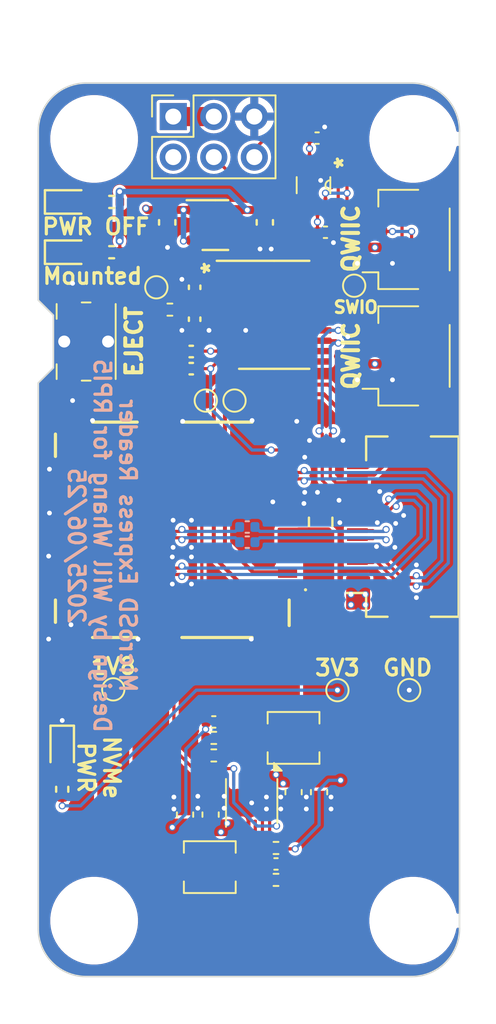
<source format=kicad_pcb>
(kicad_pcb (version 20240108) (generator "pcbnew") (generator_version "8.0")
  (title_block (title "Micro SDexpress Hat for RPI5") (date "2025-07-26") (rev "1.0") (company "Will Whang"))
  (layers (0 "F.Cu" signal) (1 "In1.Cu" signal) (2 "In2.Cu" signal) (31 "B.Cu" signal) (34 "B.Paste" user) (35 "F.Paste" user) (36 "B.SilkS" user "B.Silkscreen") (37 "F.SilkS" user "F.Silkscreen") (38 "B.Mask" user) (39 "F.Mask" user) (44 "Edge.Cuts" user))
  (net 0 "")
  (net 1 "+5V")
  (net 2 "GND")
  (net 3 "+3V3")
  (net 4 "PCIe_INS")
  (net 5 "NRST")
  (net 6 "Net-(D1-K)")
  (net 7 "Net-(D1-A)")
  (net 9 "NVME_PWR")
  (net 10 "Net-(R1-Pad2)")
  (net 11 "Net-(D3-A)")
  (net 12 "Net-(D3-K)")
  (net 13 "SWIO")
  (net 14 "Net-(D4-A)")
  (net 18 "PCIe_RST")
  (net 19 "PCIe_CLK_REQ")
  (net 20 "PCIe_CLK_P")
  (net 21 "PCIe_CLK_N")
  (net 22 "PCIe_RX_P")
  (net 23 "PCIe_RX_N")
  (net 24 "PCIe_TX_P")
  (net 25 "PCIe_TX_N")
  (net 26 "EJECT")
  (net 27 "SDA")
  (net 28 "SCL")
  (net 29 "PCIE_PWR_EN")
  (net 30 "PCIE_DET_WAKE")
  (net 31 "+3V3_STB")
  (net 32 "Net-(U5-FB2)")
  (net 33 "+3V3_IN")
  (net 36 "SDA_IN")
  (net 37 "SCL_IN")
  (net 41 "+1V8")
  (net 42 "Net-(U5-FB1)")
  (net 43 "Net-(U5-LX1)")
  (net 44 "Net-(U5-LX2)")
  (net 47 "/RX_P")
  (net 48 "/RX_N")
  (footprint "LED_SMD:LED_0603_1608Metric" (layer "F.Cu") (at 131.9 81.6)
    (property "Reference" "D3" (hide yes))
    (property "Value" "Yellow")
  )
  (footprint "Button_Switch_SMD:Panasonic_EVQPUM_EVQPUD" (layer "F.Cu") (at 133 87.2 90)
    (property "Reference" "SW1" (hide yes))
    (property "Value" "SW_Push")
  )
  (footprint "Resistor_SMD:R_0402_1005Metric" (layer "F.Cu") (at 138.25 85.2 180)
    (property "Reference" "R1" (hide yes))
    (property "Value" "4.7K")
  )
  (footprint "LED_SMD:LED_0603_1608Metric" (layer "F.Cu") (at 131.5 112.7625 -90)
    (property "Reference" "D4" (hide yes))
    (property "Value" "Red")
  )
  (footprint "Capacitor_SMD:C_0603_1608Metric" (layer "F.Cu") (at 139.2 116.85 90)
    (property "Reference" "C21" (hide yes))
    (property "Value" "22uF")
  )
  (footprint "LED_SMD:LED_0603_1608Metric" (layer "F.Cu") (at 131.9 78.45)
    (property "Reference" "D1" (hide yes))
    (property "Value" "Red")
  )
  (footprint "Resistor_SMD:R_0402_1005Metric" (layer "F.Cu") (at 144.9 118.9425 180)
    (property "Reference" "R8" (hide yes))
    (property "Value" "115K")
  )
  (footprint "Capacitor_SMD:C_0805_2012Metric" (layer "F.Cu") (at 147.7 98.5 -90)
    (property "Reference" "C8" (hide yes))
    (property "Value" "22uF")
  )
  (footprint "Capacitor_SMD:C_0402_1005Metric" (layer "F.Cu") (at 141 111.0425)
    (property "Reference" "C20" (hide yes))
    (property "Value" "100pF")
  )
  (footprint "Resistor_SMD:R_0402_1005Metric" (layer "F.Cu") (at 131.5 115.2625 90)
    (property "Reference" "R7" (hide yes))
    (property "Value" "470R")
  )
  (footprint "Capacitor_SMD:C_0603_1608Metric" (layer "F.Cu") (at 146 115.4425 90)
    (property "Reference" "C16" (hide yes))
    (property "Value" "10uF")
  )
  (footprint "TestPoint:TestPoint_Pad_D1.0mm" (layer "F.Cu") (at 148.75 109.05 -90)
    (property "Reference" "TP_3V2" (hide yes))
    (property "Value" "TestPoint")
  )
  (footprint "Resistor_SMD:R_0402_1005Metric" (layer "F.Cu") (at 141 112.0425)
    (property "Reference" "R10" (hide yes))
    (property "Value" "100K")
  )
  (footprint "Resistor_SMD:R_0402_1005Metric" (layer "F.Cu") (at 134.6 81.6 180)
    (property "Reference" "R6" (hide yes))
    (property "Value" "470R")
  )
  (footprint "MountingHole:MountingHole_2.7mm_M2.5" (layer "F.Cu") (at 153.5 74.5)
    (property "Reference" "H2" (hide yes))
    (property "Value" "MountingHole")
  )
  (footprint "Connector_JST:JST_SH_SM04B-SRSS-TB_1x04-1MP_P1.00mm_Horizontal" (layer "F.Cu") (at 153.1 80.8 90)
    (property "Reference" "J3" (hide yes))
    (property "Value" "Conn_01x04_Shielded")
  )
  (footprint "Capacitor_SMD:C_0603_1608Metric" (layer "F.Cu") (at 144.2 79.73 -90)
    (property "Reference" "C11" (hide yes))
    (property "Value" "4.7uF")
  )
  (footprint "Package_SO:TSSOP-20_4.4x6.5mm_P0.65mm" (layer "F.Cu") (at 144.7875 85.525)
    (property "Reference" "U2" (hide yes))
    (property "Value" "STM8S003F3P")
  )
  (footprint "Capacitor_SMD:C_0603_1608Metric" (layer "F.Cu") (at 140.8 116.85 -90)
    (property "Reference" "C17" (hide yes))
    (property "Value" "10uF")
  )
  (footprint "MountingHole:MountingHole_2.7mm_M2.5" (layer "F.Cu") (at 133.5 123.5)
    (property "Reference" "H5" (hide yes))
    (property "Value" "MountingHole")
  )
  (footprint "TestPoint:TestPoint_Pad_D1.0mm" (layer "F.Cu") (at 142.3 90.9 -90)
    (property "Reference" "TP6" (hide yes))
    (property "Value" "TestPoint")
  )
  (footprint "Capacitor_SMD:C_0402_1005Metric" (layer "F.Cu") (at 139.8 83.8 90)
    (property "Reference" "C6" (hide yes))
    (property "Value" "100nF")
  )
  (footprint "Inductor_SMD:L_Vishay_IHLP-1212" (layer "F.Cu") (at 146 112.0425)
    (property "Reference" "L3" (hide yes))
    (property "Value" "4.7uH")
  )
  (footprint "footprints:TCA9406DCUR" (layer "F.Cu") (at 147.25 77.4 -90)
    (property "Reference" "U4" (hide yes))
    (property "Value" "TCA9406DC" (hide yes))
  )
  (footprint "Capacitor_SMD:C_0603_1608Metric" (layer "F.Cu") (at 138.08 79.73 90)
    (property "Reference" "C10" (hide yes))
    (property "Value" "4.7uF")
  )
  (footprint "Capacitor_SMD:C_0402_1005Metric" (layer "F.Cu") (at 148 80.35)
    (property "Reference" "C13" (hide yes))
    (property "Value" "100nF")
  )
  (footprint "MountingHole:MountingHole_2.7mm_M2.5" (layer "F.Cu") (at 153.5 123.5)
    (property "Reference" "H4" (hide yes))
    (property "Value" "MountingHole")
  )
  (footprint "MountingHole:MountingHole_2.7mm_M2.5" (layer "F.Cu") (at 133.5 74.5)
    (property "Reference" "H1" (hide yes))
    (property "Value" "MountingHole")
  )
  (footprint "Capacitor_SMD:C_0402_1005Metric" (layer "F.Cu") (at 139.5875 88.9 180)
    (property "Reference" "C5" (hide yes))
    (property "Value" "10nF")
  )
  (footprint "Resistor_SMD:R_0402_1005Metric" (layer "F.Cu") (at 134.6 78.45 180)
    (property "Reference" "R4" (hide yes))
    (property "Value" "470R")
  )
  (footprint "TestPoint:TestPoint_Pad_D1.0mm" (layer "F.Cu") (at 149.8 83.7)
    (property "Reference" "TP3" (hide yes))
    (property "Value" "TestPoint")
  )
  (footprint "Resistor_SMD:R_0402_1005Metric" (layer "F.Cu") (at 141 113.1425 180)
    (property "Reference" "R11" (hide yes))
    (property "Value" "100K")
  )
  (footprint "TestPoint:TestPoint_Pad_D1.0mm" (layer "F.Cu") (at 140.5 90.9 -90)
    (property "Reference" "TP7" (hide yes))
    (property "Value" "TestPoint")
  )
  (footprint "Capacitor_SMD:C_0402_1005Metric" (layer "F.Cu") (at 139.5875 87.825 180)
    (property "Reference" "C7" (hide yes))
    (property "Value" "100nF")
  )
  (footprint "Capacitor_SMD:C_0402_1005Metric" (layer "F.Cu") (at 147.475 74.45)
    (property "Reference" "C12" (hide yes))
    (property "Value" "100nF")
  )
  (footprint "TestPoint:TestPoint_Pad_D1.0mm" (layer "F.Cu") (at 137.4 83.8)
    (property "Reference" "TP4" (hide yes))
    (property "Value" "TestPoint" (hide yes))
  )
  (footprint "Package_TO_SOT_SMD:SOT-23-5" (layer "F.Cu") (at 141.1 79.9)
    (property "Reference" "U3" (hide yes))
    (property "Value" "LP5907MFX-3.3")
  )
  (footprint "Connector_FFC-FPC:Hirose_FH12-16S-0.5SH_1x16-1MP_P0.50mm_Horizontal" (layer "F.Cu") (at 151.85 98.8 90)
    (property "Reference" "J1" (hide yes))
    (property "Value" "FH12A-16S-0.5SH")
  )
  (footprint "TestPoint:TestPoint_Pad_D1.0mm" (layer "F.Cu") (at 134.7 109 -90)
    (property "Reference" "TP_1V1" (hide yes))
    (property "Value" "TestPoint")
  )
  (footprint "Connector_PinSocket_2.54mm:PinSocket_2x03_P2.54mm_Vertical" (layer "F.Cu") (at 138.46 73.1 90)
    (property "Reference" "J5" (hide yes))
    (property "Value" "Conn_02x03_Odd_Even")
  )
  (footprint "Capacitor_SMD:C_0402_1005Metric" (layer "F.Cu") (at 144.9 119.9425 180)
    (property "Reference" "C18" (hide yes))
    (property "Value" "100pF")
  )
  (footprint "Resistor_SMD:R_0402_1005Metric" (layer "F.Cu") (at 144.9 120.9425)
    (property "Reference" "R9" (hide yes))
    (property "Value" "25.5K")
  )
  (footprint "TestPoint:TestPoint_Pad_D1.0mm" (layer "F.Cu") (at 153.250069 109.046676)
    (property "Reference" "TP5" (hide yes))
    (property "Value" "TestPoint")
  )
  (footprint "Inductor_SMD:L_Vishay_IHLP-1212" (layer "F.Cu") (at 140.75 120.1425 180)
    (property "Reference" "L2" (hide yes))
    (property "Value" "1.2uH")
  )
  (footprint "Capacitor_SMD:C_0402_1005Metric" (layer "F.Cu") (at 139.8 85.8 -90)
    (property "Reference" "C4" (hide yes))
    (property "Value" "1nF")
  )
  (footprint "footprint:10102166A812A" (layer "F.Cu") (at 138.4 99 -90)
    (property "Reference" "J11" (hide yes))
    (property "Value" "10102166A812A" (hide yes))
  )
  (footprint "Capacitor_SMD:C_0603_1608Metric" (layer "F.Cu") (at 147.6 115.4425 -90)
    (property "Reference" "C19" (hide yes))
    (property "Value" "22uF")
  )
  (footprint "Connector_JST:JST_SH_SM04B-SRSS-TB_1x04-1MP_P1.00mm_Horizontal" (layer "F.Cu") (at 153.1 88.1 90)
    (property "Reference" "J2" (hide yes))
    (property "Value" "Conn_01x04_Shielded")
  )
  (footprint "Package_DFN_QFN:WDFN-12-1EP_3x3mm_P0.45mm_EP1.7x2.5mm" (layer "F.Cu") (at 143.375 116.1175 -90)
    (property "Reference" "U5" (hide yes))
    (property "Value" "PAM2306AYPKE")
  )
  (footprint "Capacitor_SMD:C_0402_1005Metric" (layer "B.Cu") (at 143.1 98.825 180)
    (property "Reference" "C14" (hide yes))
    (property "Value" "100nF")
  )
  (footprint "Capacitor_SMD:C_0402_1005Metric" (layer "B.Cu") (at 143.1 99.775 180)
    (property "Reference" "C15" (hide yes))
    (property "Value" "100nF")
  )
  (gr_line (start 130 84.6) (end 130 74) (stroke (width 0.1)) (layer "Edge.Cuts"))
  (gr_line (start 153.4 71) (end 133 71) (stroke (width 0.1)) (layer "Edge.Cuts"))
  (gr_line (start 130.95 88.85) (end 130.95 85.55) (stroke (width 0.1)) (layer "Edge.Cuts"))
  (gr_arc (start 130 74) (mid 130.87868 71.87868) (end 133 71) (stroke (width 0.1)) (layer "Edge.Cuts"))
  (gr_line (start 130 89.8) (end 130 124) (stroke (width 0.1)) (layer "Edge.Cuts"))
  (gr_line (start 156.4 74) (end 156.4 124) (stroke (width 0.1)) (layer "Edge.Cuts"))
  (gr_line (start 130 84.6) (end 130.95 85.55) (stroke (width 0.1)) (layer "Edge.Cuts"))
  (gr_arc (start 156.4 124) (mid 155.52132 126.12132) (end 153.4 127) (stroke (width 0.1)) (layer "Edge.Cuts"))
  (gr_arc (start 153.4 71) (mid 155.52132 71.87868) (end 156.4 74) (stroke (width 0.1)) (layer "Edge.Cuts"))
  (gr_line (start 130.95 88.85) (end 130 89.8) (stroke (width 0.1)) (layer "Edge.Cuts"))
  (gr_arc (start 133 127) (mid 130.87868 126.12132) (end 130 124) (stroke (width 0.1)) (layer "Edge.Cuts"))
  (gr_line (start 153.4 127) (end 133 127) (stroke (width 0.1)) (layer "Edge.Cuts"))
  (gr_text "MicroSD Express Reader\nDesign by Will Whang for RPI5\n2025/06/25" (at 134 100 270) (layer "B.SilkS") (effects (font (size 1 1) (thickness 0.2)) (justify mirror)))
  (gr_text "SWIO" (at 149.9 85.05 0) (layer "F.SilkS") (effects (font (size 0.75 0.75) (thickness 0.1875))))
  (gr_text "Mounted" (at 133.4 83.1 0) (layer "F.SilkS") (effects (font (size 1 1) (thickness 0.2))))
  (gr_text "NVMe\nPWR" (at 133.8 113.9 -90) (layer "F.SilkS") (effects (font (size 1 1) (thickness 0.2))))
  (gr_text "QWIIC" (at 149.6 80.75 90) (layer "F.SilkS") (effects (font (size 1 1) (thickness 0.25))))
  (gr_text "PWR OFF" (at 133.6 80 0) (layer "F.SilkS") (effects (font (size 1 1) (thickness 0.2))))
  (gr_text "GND" (at 153.15 107.65 0) (layer "F.SilkS") (effects (font (size 1 1) (thickness 0.2))))
  (gr_text "*" (at 149.15 76 90) (layer "F.SilkS") (effects (font (size 1 1) (thickness 0.2))))
  (gr_text "1V8" (at 134.7 107.55 0) (layer "F.SilkS") (effects (font (size 1 1) (thickness 0.2))))
  (gr_text "EJECT" (at 136 87.2 90) (layer "F.SilkS") (effects (font (size 1 1) (thickness 0.25))))
  (gr_text "3V3" (at 148.75 107.65 0) (layer "F.SilkS") (effects (font (size 1 1) (thickness 0.2))))
  (gr_text "QWIIC" (at 149.6 88.1 90) (layer "F.SilkS") (effects (font (size 1 1) (thickness 0.25))))
  (gr_text "*" (at 140.8 82.6 90) (layer "F.SilkS") (effects (font (size 1 1) (thickness 0.2))))
  (segment (start 139.15 80.85) (end 139.1 80.9) (width 0.35) (layer "F.Cu") (net 1))
  (segment (start 138.085 78.95) (end 138.08 78.955) (width 0.5) (layer "F.Cu") (net 1))
  (segment (start 139.9625 78.95) (end 139.1 78.95) (width 0.5) (layer "F.Cu") (net 1))
  (segment (start 139.1 78.95) (end 138.085 78.95) (width 0.5) (layer "F.Cu") (net 1))
  (segment (start 138.46 73.1) (end 141 73.1) (width 1.2) (layer "F.Cu") (net 1))
  (segment (start 136.845 78.955) (end 138.08 78.955) (width 0.5) (layer "F.Cu") (net 1))
  (segment (start 139.9625 80.85) (end 139.15 80.85) (width 0.35) (layer "F.Cu") (net 1))
  (segment (start 136.75 78.86) (end 136.845 78.955) (width 0.5) (layer "F.Cu") (net 1))
  (via (at 145.35 114.9) (size 0.45) (drill 0.3) (layers "F.Cu" "B.Cu") (net 1))
  (via (at 150.5 103.05) (size 0.45) (drill 0.3) (layers "F.Cu" "B.Cu") (net 1))
  (via (at 149.6 103.7) (size 0.45) (drill 0.3) (layers "F.Cu" "B.Cu") (net 1))
  (via (at 139.1 80.9) (size 0.45) (drill 0.3) (layers "F.Cu" "B.Cu") (net 1))
  (via (at 139.1 78.95) (size 0.45) (drill 0.3) (layers "F.Cu" "B.Cu") (net 1))
  (via (at 144.9 114.35) (size 0.45) (drill 0.3) (layers "F.Cu" "B.Cu") (net 1))
  (via (at 141.85 117.4) (size 0.45) (drill 0.3) (layers "F.Cu" "B.Cu") (net 1))
  (via (at 141.45 117.95) (size 0.45) (drill 0.3) (layers "F.Cu" "B.Cu") (net 1))
  (via (at 149.6 103.05) (size 0.45) (drill 0.3) (layers "F.Cu" "B.Cu") (net 1))
  (via (at 150.5 103.7) (size 0.45) (drill 0.3) (layers "F.Cu" "B.Cu") (net 1))
  (via (at 136.75 78.86) (size 0.45) (drill 0.3) (layers "F.Cu" "B.Cu") (net 1))
  (segment (start 139.1 80.9) (end 139.1 78.95) (width 0.35) (layer "B.Cu") (net 1))
  (via (at 141.65 115.7) (size 0.45) (drill 0.3) (layers "F.Cu" "B.Cu") (net 2))
  (via (at 152.2 82.3) (size 0.45) (drill 0.3) (layers "F.Cu" "B.Cu") (net 2))
  (via (at 141.65 116.45) (size 0.45) (drill 0.3) (layers "F.Cu" "B.Cu") (net 2))
  (via (at 139.6 100.7) (size 0.45) (drill 0.3) (layers "F.Cu" "B.Cu") (net 2))
  (via (at 139.6 100.1) (size 0.45) (drill 0.3) (layers "F.Cu" "B.Cu") (net 2))
  (via (at 144.7 97.25) (size 0.45) (drill 0.3) (layers "F.Cu" "B.Cu") (net 2))
  (via (at 143.9 81.4) (size 0.45) (drill 0.3) (layers "F.Cu" "B.Cu") (net 2))
  (via (at 143.4 92.15) (size 0.45) (drill 0.3) (layers "F.Cu" "B.Cu") (net 2))
  (via (at 139 86.5) (size 0.45) (drill 0.3) (layers "F.Cu" "B.Cu") (net 2))
  (via (at 139 83.3) (size 0.45) (drill 0.3) (layers "F.Cu" "B.Cu") (net 2))
  (via (at 130.7 97.95) (size 0.45) (drill 0.3) (layers "F.Cu" "B.Cu") (net 2))
  (via (at 138.45 98.4) (size 0.45) (drill 0.3) (layers "F.Cu" "B.Cu") (net 2))
  (via (at 143 86.5) (size 0.45) (drill 0.3) (layers "F.Cu" "B.Cu") (net 2))
  (via (at 138.5 115.75) (size 0.45) (drill 0.3) (layers "F.Cu" "B.Cu") (net 2))
  (via (at 151.4 96.6) (size 0.45) (drill 0.3) (layers "F.Cu" "B.Cu") (net 2))
  (via (at 149.1 93.4) (size 0.45) (drill 0.3) (layers "F.Cu" "B.Cu") (net 2))
  (via (at 138.5 116.5) (size 0.45) (drill 0.3) (layers "F.Cu" "B.Cu") (net 2))
  (via (at 136.25 105.85) (size 0.45) (drill 0.3) (layers "F.Cu" "B.Cu") (net 2))
  (via (at 146.2 92.2) (size 0.45) (drill 0.3) (layers "F.Cu" "B.Cu") (net 2))
  (via (at 139.05 92.2) (size 0.45) (drill 0.3) (layers "F.Cu" "B.Cu") (net 2))
  (via (at 139.6 98.4) (size 0.45) (drill 0.3) (layers "F.Cu" "B.Cu") (net 2))
  (via (at 148.35 116.5) (size 0.45) (drill 0.3) (layers "F.Cu" "B.Cu") (net 2))
  (via (at 147.95 73.75) (size 0.45) (drill 0.3) (layers "F.Cu" "B.Cu") (net 2))
  (via (at 139.6 102.4) (size 0.45) (drill 0.3) (layers "F.Cu" "B.Cu") (net 2))
  (via (at 144.3 115.75) (size 0.45) (drill 0.3) (layers "F.Cu" "B.Cu") (net 2))
  (via (at 138.4 100.7) (size 0.45) (drill 0.3) (layers "F.Cu" "B.Cu") (net 2))
  (via (at 140 115.7) (size 0.45) (drill 0.3) (layers "F.Cu" "B.Cu") (net 2))
  (via (at 131.5 110.95) (size 0.45) (drill 0.3) (layers "F.Cu" "B.Cu") (net 2))
  (via (at 153.7 101.2) (size 0.45) (drill 0.3) (layers "F.Cu" "B.Cu") (net 2))
  (via (at 132.15 83.55) (size 0.45) (drill 0.3) (layers "F.Cu" "B.Cu") (net 2))
  (via (at 130.65 100.65) (size 0.45) (drill 0.3) (layers "F.Cu" "B.Cu") (net 2))
  (via (at 145.2 116.5) (size 0.45) (drill 0.3) (layers "F.Cu" "B.Cu") (net 2))
  (via (at 151.2 100.05) (size 0.45) (drill 0.3) (layers "F.Cu" "B.Cu") (net 2))
  (via (at 148.9 98.55) (size 0.45) (drill 0.3) (layers "F.Cu" "B.Cu") (net 2))
  (via (at 150 89.6) (size 0.45) (drill 0.3) (layers "F.Cu" "B.Cu") (net 2))
  (via (at 140 116.45) (size 0.45) (drill 0.3) (layers "F.Cu" "B.Cu") (net 2))
  (via (at 147.5 96.65) (size 0.45) (drill 0.3) (layers "F.Cu" "B.Cu") (net 2))
  (via (at 148.5 81) (size 0.45) (drill 0.3) (layers "F.Cu" "B.Cu") (net 2))
  (via (at 143.375 116.1175) (size 0.45) (drill 0.3) (layers "F.Cu" "B.Cu") (net 2))
  (via (at 148.85 97.15) (size 0.45) (drill 0.3) (layers "F.Cu" "B.Cu") (net 2))
  (via (at 147.7 77.1) (size 0.45) (drill 0.3) (layers "F.Cu" "B.Cu") (net 2))
  (via (at 148.35 115.75) (size 0.45) (drill 0.3) (layers "F.Cu" "B.Cu") (net 2))
  (via (at 146.7 96.65) (size 0.45) (drill 0.3) (layers "F.Cu" "B.Cu") (net 2))
  (via (at 133.4 92.15) (size 0.45) (drill 0.3) (layers "F.Cu" "B.Cu") (net 2))
  (via (at 144.6 81.4) (size 0.45) (drill 0.3) (layers "F.Cu" "B.Cu") (net 2))
  (via (at 152.9 98.1) (size 0.45) (drill 0.3) (layers "F.Cu" "B.Cu") (net 2))
  (via (at 153.25 109.05) (size 0.45) (drill 0.3) (layers "F.Cu" "B.Cu") (net 2))
  (via (at 138.4 102.4) (size 0.45) (drill 0.3) (layers "F.Cu" "B.Cu") (net 2))
  (via (at 146.7 94.45) (size 0.45) (drill 0.3) (layers "F.Cu" "B.Cu") (net 2))
  (via (at 152.4 98.6) (size 0.45) (drill 0.3) (layers "F.Cu" "B.Cu") (net 2))
  (via (at 138.45 100.1) (size 0.45) (drill 0.3) (layers "F.Cu" "B.Cu") (net 2))
  (via (at 132.15 90.9) (size 0.45) (drill 0.3) (layers "F.Cu" "B.Cu") (net 2))
  (via (at 140.7 86.5) (size 0.45) (drill 0.3) (layers "F.Cu" "B.Cu") (net 2))
  (via (at 147 93.4) (size 0.45) (drill 0.3) (layers "F.Cu" "B.Cu") (net 2))
  (via (at 151.25 98.55) (size 0.45) (drill 0.3) (layers "F.Cu" "B.Cu") (net 2))
  (via (at 146.8 116.5) (size 0.45) (drill 0.3) (layers "F.Cu" "B.Cu") (net 2))
  (via (at 153.7 103.25) (size 0.45) (drill 0.3) (layers "F.Cu" "B.Cu") (net 2))
  (via (at 130.7 95.2) (size 0.45) (drill 0.3) (layers "F.Cu" "B.Cu") (net 2))
  (via (at 143.35 105.85) (size 0.45) (drill 0.3) (layers "F.Cu" "B.Cu") (net 2))
  (via (at 145.2 115.75) (size 0.45) (drill 0.3) (layers "F.Cu" "B.Cu") (net 2))
  (via (at 138.1 81.3) (size 0.45) (drill 0.3) (layers "F.Cu" "B.Cu") (net 2))
  (via (at 144.3 116.5) (size 0.45) (drill 0.3) (layers "F.Cu" "B.Cu") (net 2))
  (via (at 152.35 100.1) (size 0.45) (drill 0.3) (layers "F.Cu" "B.Cu") (net 2))
  (via (at 150 82.3) (size 0.45) (drill 0.3) (layers "F.Cu" "B.Cu") (net 2))
  (via (at 146.8 115.75) (size 0.45) (drill 0.3) (layers "F.Cu" "B.Cu") (net 2))
  (via (at 152.2 89.6) (size 0.45) (drill 0.3) (layers "F.Cu" "B.Cu") (net 2))
  (via (at 149.4 86.9) (size 0.45) (drill 0.3) (layers "F.Cu" "B.Cu") (net 2))
  (via (at 132.05 104.95) (size 0.45) (drill 0.3) (layers "F.Cu" "B.Cu") (net 2))
  (via (at 130.65 105.85) (size 0.45) (drill 0.3) (layers "F.Cu" "B.Cu") (net 2))
  (via (at 146.65 97.35) (size 0.45) (drill 0.3) (layers "F.Cu" "B.Cu") (net 2))
  (segment (start 146.1 119) (end 145.4675 119) (width 0.2) (layer "F.Cu") (net 3))
  (segment (start 145.38 119) (end 145.38 119.9425) (width 0.2) (layer "F.Cu") (net 3))
  (segment (start 131.5 115.7725) (end 131.5 116.3) (width 0.2) (layer "F.Cu") (net 3))
  (segment (start 146.1 119) (end 145.38 119) (width 0.2) (layer "F.Cu") (net 3))
  (segment (start 145.4675 119) (end 145.41 118.9425) (width 0.2) (layer "F.Cu") (net 3))
  (via (at 131.5 116.3) (size 0.45) (drill 0.3) (layers "F.Cu" "B.Cu") (net 3))
  (via (at 148.75 109.05) (size 0.45) (drill 0.3) (layers "F.Cu" "B.Cu") (net 3))
  (via (at 148.95 114.7) (size 0.45) (drill 0.3) (layers "F.Cu" "B.Cu") (net 3))
  (via (at 146.1 119) (size 0.45) (drill 0.3) (layers "F.Cu" "B.Cu") (net 3))
  (segment (start 147.6 117.5) (end 147.6 115.3) (width 0.2) (layer "B.Cu") (net 3))
  (segment (start 146.1 119) (end 147.6 117.5) (width 0.2) (layer "B.Cu") (net 3))
  (segment (start 131.5 116.3) (end 132.65 116.3) (width 0.2) (layer "B.Cu") (net 3))
  (segment (start 132.65 116.3) (end 139.9 109.05) (width 0.2) (layer "B.Cu") (net 3))
  (segment (start 147.6 115.3) (end 148.2 114.7) (width 0.2) (layer "B.Cu") (net 3))
  (segment (start 148.2 114.7) (end 148.95 114.7) (width 0.2) (layer "B.Cu") (net 3))
  (segment (start 139.9 109.05) (end 148.75 109.05) (width 0.2) (layer "B.Cu") (net 3))
  (segment (start 141.925 88.45) (end 141.25 88.45) (width 0.2) (layer "F.Cu") (net 4))
  (segment (start 144.6 94) (end 145.585 94) (width 0.2) (layer "F.Cu") (net 4))
  (segment (start 140.0675 88.9) (end 140.8 88.9) (width 0.2) (layer "F.Cu") (net 4))
  (segment (start 141.25 88.45) (end 140.8 88.9) (width 0.2) (layer "F.Cu") (net 4))
  (segment (start 145.585 94) (end 145.625 93.96) (width 0.2) (layer "F.Cu") (net 4))
  (via (at 140.8 88.9) (size 0.45) (drill 0.3) (layers "F.Cu" "B.Cu") (net 4))
  (via (at 144.6 94) (size 0.45) (drill 0.3) (layers "F.Cu" "B.Cu") (net 4))
  (segment (start 144.6 94) (end 143.4 94) (width 0.2) (layer "B.Cu") (net 4))
  (segment (start 140.8 91.4) (end 140.8 88.9) (width 0.2) (layer "B.Cu") (net 4))
  (segment (start 143.4 94) (end 140.8 91.4) (width 0.2) (layer "B.Cu") (net 4))
  (segment (start 141.925 84.55) (end 139.97 84.55) (width 0.2) (layer "F.Cu") (net 5))
  (segment (start 139.8 84.28) (end 137.88 84.28) (width 0.2) (layer "F.Cu") (net 5))
  (segment (start 137.88 84.28) (end 137.4 83.8) (width 0.2) (layer "F.Cu") (net 5))
  (segment (start 139.97 84.55) (end 139.8 84.38) (width 0.2) (layer "F.Cu") (net 5))
  (segment (start 141.925 82.6) (end 141.1 82.6) (width 0.2) (layer "F.Cu") (net 6))
  (segment (start 141.1 82.6) (end 140.5 82) (width 0.2) (layer "F.Cu") (net 6))
  (segment (start 137.6 82) (end 135 79.4) (width 0.2) (layer "F.Cu") (net 6))
  (segment (start 131.5 79.4) (end 131.1125 79.0125) (width 0.2) (layer "F.Cu") (net 6))
  (segment (start 140.5 82) (end 137.6 82) (width 0.2) (layer "F.Cu") (net 6))
  (segment (start 131.1125 79.0125) (end 131.1125 78.45) (width 0.2) (layer "F.Cu") (net 6))
  (segment (start 135 79.4) (end 131.5 79.4) (width 0.2) (layer "F.Cu") (net 6))
  (segment (start 132.6875 78.45) (end 134.09 78.45) (width 0.2) (layer "F.Cu") (net 7))
  (segment (start 139.7175 113.9675) (end 142.25 113.9675) (width 0.2) (layer "F.Cu") (net 9))
  (segment (start 141.925 87.15) (end 138.5 87.15) (width 0.2) (layer "F.Cu") (net 9))
  (segment (start 142.25 114.6675) (end 142.25 113.9675) (width 0.2) (layer "F.Cu") (net 9))
  (segment (start 138.05 87.6) (end 138.05 89.95) (width 0.2) (layer "F.Cu") (net 9))
  (segment (start 138.5 109.05) (end 138.5 112.75) (width 0.2) (layer "F.Cu") (net 9))
  (segment (start 144.9325 117.5675) (end 144.5 117.5675) (width 0.2) (layer "F.Cu") (net 9))
  (segment (start 140.25 92.15) (end 140.25 107.3) (width 0.2) (layer "F.Cu") (net 9))
  (segment (start 138.05 89.95) (end 140.25 92.15) (width 0.2) (layer "F.Cu") (net 9))
  (segment (start 138.5 87.15) (end 138.05 87.6) (width 0.2) (layer "F.Cu") (net 9))
  (segment (start 140.25 107.3) (end 138.5 109.05) (width 0.2) (layer "F.Cu") (net 9))
  (segment (start 138.5 112.75) (end 139.7175 113.9675) (width 0.2) (layer "F.Cu") (net 9))
  (via (at 144.9325 117.5675) (size 0.45) (drill 0.3) (layers "F.Cu" "B.Cu") (net 9))
  (via (at 142.25 113.9675) (size 0.45) (drill 0.3) (layers "F.Cu" "B.Cu") (net 9))
  (segment (start 142.25 113.9675) (end 142.25 116.1) (width 0.2) (layer "B.Cu") (net 9))
  (segment (start 142.25 116.1) (end 143.7175 117.5675) (width 0.2) (layer "B.Cu") (net 9))
  (segment (start 143.7175 117.5675) (end 144.9325 117.5675) (width 0.2) (layer "B.Cu") (net 9))
  (segment (start 133.85 84.625) (end 133.85 85.85) (width 0.2) (layer "F.Cu") (net 10))
  (segment (start 133.5 88.3) (end 133.85 88.65) (width 0.2) (layer "F.Cu") (net 10))
  (segment (start 135.625 84.625) (end 133.85 84.625) (width 0.2) (layer "F.Cu") (net 10))
  (segment (start 133.85 85.85) (end 133.5 86.2) (width 0.2) (layer "F.Cu") (net 10))
  (segment (start 133.85 88.65) (end 133.85 89.775) (width 0.2) (layer "F.Cu") (net 10))
  (segment (start 137.74 85.2) (end 136.2 85.2) (width 0.2) (layer "F.Cu") (net 10))
  (segment (start 133.5 86.2) (end 133.5 88.3) (width 0.2) (layer "F.Cu") (net 10))
  (segment (start 136.2 85.2) (end 135.625 84.625) (width 0.2) (layer "F.Cu") (net 10))
  (segment (start 132.6875 81.6) (end 134.09 81.6) (width 0.2) (layer "F.Cu") (net 11))
  (segment (start 140.3 82.6) (end 140.95 83.25) (width 0.2) (layer "F.Cu") (net 12))
  (segment (start 131.1125 81.6) (end 131.1125 82.2125) (width 0.2) (layer "F.Cu") (net 12))
  (segment (start 131.1125 82.2125) (end 131.5 82.6) (width 0.2) (layer "F.Cu") (net 12))
  (segment (start 131.5 82.6) (end 140.3 82.6) (width 0.2) (layer "F.Cu") (net 12))
  (segment (start 140.95 83.25) (end 141.925 83.25) (width 0.2) (layer "F.Cu") (net 12))
  (segment (start 147.65 83.9) (end 149.6 83.9) (width 0.2) (layer "F.Cu") (net 13))
  (segment (start 149.6 83.9) (end 149.8 83.7) (width 0.2) (layer "F.Cu") (net 13))
  (segment (start 131.5 114.7525) (end 131.5 113.55) (width 0.25) (layer "F.Cu") (net 14))
  (segment (start 147.9 90.5) (end 151 93.6) (width 0.25) (layer "F.Cu") (net 18))
  (segment (start 143.46 101.66) (end 145.625 101.66) (width 0.25) (layer "F.Cu") (net 18))
  (segment (start 141.7 91.5) (end 141.7 99.9) (width 0.25) (layer "F.Cu") (net 18))
  (segment (start 151 94.7) (end 150.65 95.05) (width 0.25) (layer "F.Cu") (net 18))
  (segment (start 142.7 90.5) (end 147.9 90.5) (width 0.25) (layer "F.Cu") (net 18))
  (segment (start 151 93.6) (end 151 94.7) (width 0.25) (layer "F.Cu") (net 18))
  (segment (start 142.3 90.9) (end 141.7 91.5) (width 0.25) (layer "F.Cu") (net 18))
  (segment (start 150.65 95.05) (end 150 95.05) (width 0.25) (layer "F.Cu") (net 18))
  (segment (start 142.3 90.9) (end 142.7 90.5) (width 0.25) (layer "F.Cu") (net 18))
  (segment (start 141.7 99.9) (end 143.46 101.66) (width 0.25) (layer "F.Cu") (net 18))
  (segment (start 140.5 90.9) (end 141 91.4) (width 0.25) (layer "F.Cu") (net 19))
  (segment (start 143.06 102.76) (end 145.625 102.76) (width 0.25) (layer "F.Cu") (net 19))
  (segment (start 151.05 95.55) (end 151.6 95) (width 0.25) (layer "F.Cu") (net 19))
  (segment (start 151.6 95) (end 151.6 93.3) (width 0.25) (layer "F.Cu") (net 19))
  (segment (start 141.5 89.9) (end 140.5 90.9) (width 0.25) (layer "F.Cu") (net 19))
  (segment (start 148.2 89.9) (end 141.5 89.9) (width 0.25) (layer "F.Cu") (net 19))
  (segment (start 151.6 93.3) (end 148.2 89.9) (width 0.25) (layer "F.Cu") (net 19))
  (segment (start 141 100.7) (end 143.06 102.76) (width 0.25) (layer "F.Cu") (net 19))
  (segment (start 150 95.55) (end 151.05 95.55) (width 0.25) (layer "F.Cu") (net 19))
  (segment (start 141 91.4) (end 141 100.7) (width 0.25) (layer "F.Cu") (net 19))
  (segment (start 146.541932 95.81) (end 146.666932 95.935) (width 0.2) (layer "F.Cu") (net 20))
  (segment (start 145.625 96.16) (end 145.875 96.16) (width 0.2) (layer "F.Cu") (net 20))
  (segment (start 151.382844 100.6) (end 152.782844 102) (width 0.2) (layer "F.Cu") (net 20))
  (segment (start 146.225 95.81) (end 146.541932 95.81) (width 0.2) (layer "F.Cu") (net 20))
  (segment (start 145.875 96.16) (end 146.225 95.81) (width 0.2) (layer "F.Cu") (net 20))
  (segment (start 153.575 102) (end 153.7 101.875) (width 0.2) (layer "F.Cu") (net 20))
  (segment (start 150.975001 100.55) (end 151.025001 100.6) (width 0.2) (layer "F.Cu") (net 20))
  (segment (start 152.782844 102) (end 153.575 102) (width 0.2) (layer "F.Cu") (net 20))
  (segment (start 151.025001 100.6) (end 151.382844 100.6) (width 0.2) (layer "F.Cu") (net 20))
  (segment (start 150 100.55) (end 150.975001 100.55) (width 0.2) (layer "F.Cu") (net 20))
  (via (at 153.7 101.875) (size 0.45) (drill 0.3) (layers "F.Cu" "B.Cu") (net 20))
  (via (at 146.666932 95.935) (size 0.45) (drill 0.3) (layers "F.Cu" "B.Cu") (net 20))
  (segment (start 153.825 102) (end 153.7 101.875) (width 0.2) (layer "B.Cu") (net 20))
  (segment (start 146.666932 95.935) (end 146.791932 95.81) (width 0.2) (layer "B.Cu") (net 20))
  (segment (start 155.3 100.917156) (end 154.217156 102) (width 0.2) (layer "B.Cu") (net 20))
  (segment (start 154.217156 102) (end 153.825 102) (width 0.2) (layer "B.Cu") (net 20))
  (segment (start 154.127156 95.81) (end 155.3 96.982844) (width 0.2) (layer "B.Cu") (net 20))
  (segment (start 155.3 96.982844) (end 155.3 100.917156) (width 0.2) (layer "B.Cu") (net 20))
  (segment (start 146.791932 95.81) (end 154.127156 95.81) (width 0.2) (layer "B.Cu") (net 20))
  (segment (start 145.625 95.06) (end 145.875 95.06) (width 0.2) (layer "F.Cu") (net 21))
  (segment (start 146.225 95.41) (end 146.541932 95.41) (width 0.2) (layer "F.Cu") (net 21))
  (segment (start 150 101.05) (end 150.975001 101.05) (width 0.2) (layer "F.Cu") (net 21))
  (segment (start 150.975001 101.05) (end 151.025001 101) (width 0.2) (layer "F.Cu") (net 21))
  (segment (start 146.541932 95.41) (end 146.666932 95.285) (width 0.2) (layer "F.Cu") (net 21))
  (segment (start 151.025001 101) (end 151.217156 101) (width 0.2) (layer "F.Cu") (net 21))
  (segment (start 151.217156 101) (end 152.617156 102.4) (width 0.2) (layer "F.Cu") (net 21))
  (segment (start 145.875 95.06) (end 146.225 95.41) (width 0.2) (layer "F.Cu") (net 21))
  (segment (start 153.575 102.4) (end 153.7 102.525) (width 0.2) (layer "F.Cu") (net 21))
  (segment (start 152.617156 102.4) (end 153.575 102.4) (width 0.2) (layer "F.Cu") (net 21))
  (via (at 153.7 102.525) (size 0.45) (drill 0.3) (layers "F.Cu" "B.Cu") (net 21))
  (via (at 146.666932 95.285) (size 0.45) (drill 0.3) (layers "F.Cu" "B.Cu") (net 21))
  (segment (start 155.7 96.817156) (end 155.7 101.082844) (width 0.2) (layer "B.Cu") (net 21))
  (segment (start 146.791932 95.41) (end 154.292844 95.41) (width 0.2) (layer "B.Cu") (net 21))
  (segment (start 155.7 101.082844) (end 154.382844 102.4) (width 0.2) (layer "B.Cu") (net 21))
  (segment (start 154.382844 102.4) (end 153.825 102.4) (width 0.2) (layer "B.Cu") (net 21))
  (segment (start 153.825 102.4) (end 153.7 102.525) (width 0.2) (layer "B.Cu") (net 21))
  (segment (start 154.292844 95.41) (end 155.7 96.817156) (width 0.2) (layer "B.Cu") (net 21))
  (segment (start 146.666932 95.285) (end 146.791932 95.41) (width 0.2) (layer "B.Cu") (net 21))
  (segment (start 150.975001 99.05) (end 151.025001 99.1) (width 0.2) (layer "F.Cu") (net 22))
  (segment (start 151.675 99.1) (end 151.8 98.975) (width 0.2) (layer "F.Cu") (net 22))
  (segment (start 150 99.05) (end 150.975001 99.05) (width 0.2) (layer "F.Cu") (net 22))
  (segment (start 151.025001 99.1) (end 151.675 99.1) (width 0.2) (layer "F.Cu") (net 22))
  (via (at 151.8 98.975) (size 0.45) (drill 0.3) (layers "F.Cu" "B.Cu") (net 22))
  (segment (start 143.885 99.1) (end 143.61 98.825) (width 0.2) (layer "B.Cu") (net 22))
  (segment (start 151.675 99.1) (end 143.885 99.1) (width 0.2) (layer "B.Cu") (net 22))
  (segment (start 151.8 98.975) (end 151.675 99.1) (width 0.2) (layer "B.Cu") (net 22))
  (segment (start 143.61 98.825) (end 143.58 98.825) (width 0.2) (layer "B.Cu") (net 22))
  (segment (start 151.675 99.5) (end 151.8 99.625) (width 0.2) (layer "F.Cu") (net 23))
  (segment (start 150.975001 99.55) (end 151.025001 99.5) (width 0.2) (layer "F.Cu") (net 23))
  (segment (start 151.025001 99.5) (end 151.675 99.5) (width 0.2) (layer "F.Cu") (net 23))
  (segment (start 150 99.55) (end 150.975001 99.55) (width 0.2) (layer "F.Cu") (net 23))
  (via (at 151.8 99.625) (size 0.45) (drill 0.3) (layers "F.Cu" "B.Cu") (net 23))
  (segment (start 151.675 99.5) (end 143.885 99.5) (width 0.2) (layer "B.Cu") (net 23))
  (segment (start 143.61 99.775) (end 143.58 99.775) (width 0.2) (layer "B.Cu") (net 23))
  (segment (start 151.8 99.625) (end 151.675 99.5) (width 0.2) (layer "B.Cu") (net 23))
  (segment (start 143.885 99.5) (end 143.61 99.775) (width 0.2) (layer "B.Cu") (net 23))
  (segment (start 132.780001 99.495) (end 133.612156 99.495) (width 0.2) (layer "F.Cu") (net 24))
  (segment (start 151.617157 97.6) (end 151.97019 97.246967) (width 0.2) (layer "F.Cu") (net 24))
  (segment (start 151.97019 97.246967) (end 151.97019 97.07019) (width 0.2) (layer "F.Cu") (net 24))
  (segment (start 138.875 101.8) (end 139 101.925) (width 0.2) (layer "F.Cu") (net 24))
  (segment (start 150 97.55) (end 150.975001 97.55) (width 0.2) (layer "F.Cu") (net 24))
  (segment (start 151.025001 97.6) (end 151.617157 97.6) (width 0.2) (layer "F.Cu") (net 24))
  (segment (start 150.975001 97.55) (end 151.025001 97.6) (width 0.2) (layer "F.Cu") (net 24))
  (segment (start 133.612156 99.495) (end 135.917156 101.8) (width 0.2) (layer "F.Cu") (net 24))
  (segment (start 135.917156 101.8) (end 138.875 101.8) (width 0.2) (layer "F.Cu") (net 24))
  (segment (start 131.625 99.75) (end 132.525001 99.75) (width 0.2) (layer "F.Cu") (net 24))
  (segment (start 132.525001 99.75) (end 132.780001 99.495) (width 0.2) (layer "F.Cu") (net 24))
  (via (at 139 101.925) (size 0.45) (drill 0.3) (layers "F.Cu" "B.Cu") (net 24))
  (via (at 151.97019 97.07019) (size 0.45) (drill 0.3) (layers "F.Cu" "B.Cu") (net 24))
  (segment (start 151.97019 97.07019) (end 152.146967 97.07019) (width 0.2) (layer "B.Cu") (net 24))
  (segment (start 153.716294 96.75) (end 154.4 97.433706) (width 0.2) (layer "B.Cu") (net 24))
  (segment (start 152.146967 97.07019) (end 152.467157 96.75) (width 0.2) (layer "B.Cu") (net 24))
  (segment (start 154.4 97.433706) (end 154.4 99.582844) (width 0.2) (layer "B.Cu") (net 24))
  (segment (start 152.182844 101.8) (end 139.125 101.8) (width 0.2) (layer "B.Cu") (net 24))
  (segment (start 139.125 101.8) (end 139 101.925) (width 0.2) (layer "B.Cu") (net 24))
  (segment (start 154.4 99.582844) (end 152.182844 101.8) (width 0.2) (layer "B.Cu") (net 24))
  (segment (start 152.467157 96.75) (end 153.716294 96.75) (width 0.2) (layer "B.Cu") (net 24))
  (segment (start 150 98.05) (end 150.975001 98.05) (width 0.2) (layer "F.Cu") (net 25))
  (segment (start 150.975001 98.05) (end 151.025001 98) (width 0.2) (layer "F.Cu") (net 25))
  (segment (start 133.777844 99.095) (end 136.082844 101.4) (width 0.2) (layer "F.Cu") (net 25))
  (segment (start 136.082844 101.4) (end 138.875 101.4) (width 0.2) (layer "F.Cu") (net 25))
  (segment (start 131.625 98.84) (end 132.525001 98.84) (width 0.2) (layer "F.Cu") (net 25))
  (segment (start 132.525001 98.84) (end 132.780001 99.095) (width 0.2) (layer "F.Cu") (net 25))
  (segment (start 132.780001 99.095) (end 133.777844 99.095) (width 0.2) (layer "F.Cu") (net 25))
  (segment (start 152.253033 97.52981) (end 152.42981 97.52981) (width 0.2) (layer "F.Cu") (net 25))
  (segment (start 151.025001 98) (end 151.782843 98) (width 0.2) (layer "F.Cu") (net 25))
  (segment (start 138.875 101.4) (end 139 101.275) (width 0.2) (layer "F.Cu") (net 25))
  (segment (start 151.782843 98) (end 152.253033 97.52981) (width 0.2) (layer "F.Cu") (net 25))
  (via (at 152.42981 97.52981) (size 0.45) (drill 0.3) (layers "F.Cu" "B.Cu") (net 25))
  (via (at 139 101.275) (size 0.45) (drill 0.3) (layers "F.Cu" "B.Cu") (net 25))
  (segment (start 153.550606 97.15) (end 154 97.599394) (width 0.2) (layer "B.Cu") (net 25))
  (segment (start 152.42981 97.353033) (end 152.632843 97.15) (width 0.2) (layer "B.Cu") (net 25))
  (segment (start 154 99.417156) (end 152.017156 101.4) (width 0.2) (layer "B.Cu") (net 25))
  (segment (start 152.017156 101.4) (end 139.125 101.4) (width 0.2) (layer "B.Cu") (net 25))
  (segment (start 152.632843 97.15) (end 153.550606 97.15) (width 0.2) (layer "B.Cu") (net 25))
  (segment (start 152.42981 97.52981) (end 152.42981 97.353033) (width 0.2) (layer "B.Cu") (net 25))
  (segment (start 154 97.599394) (end 154 99.417156) (width 0.2) (layer "B.Cu") (net 25))
  (segment (start 139.125 101.4) (end 139 101.275) (width 0.2) (layer "B.Cu") (net 25))
  (segment (start 141.925 85.2) (end 138.96 85.2) (width 0.2) (layer "F.Cu") (net 26))
  (segment (start 138.96 85.2) (end 138.76 85.4) (width 0.2) (layer "F.Cu") (net 26))
  (segment (start 146.6 88.45) (end 147.65 88.45) (width 0.2) (layer "F.Cu") (net 27))
  (segment (start 146.499999 76.400001) (end 146 76.9) (width 0.2) (layer "F.Cu") (net 27))
  (segment (start 146.499999 76.0284) (end 146.499999 76.400001) (width 0.2) (layer "F.Cu") (net 27))
  (segment (start 146 76.9) (end 146 87.85) (width 0.2) (layer "F.Cu") (net 27))
  (segment (start 146 87.85) (end 146.6 88.45) (width 0.2) (layer "F.Cu") (net 27))
  (segment (start 146.499999 87.499999) (end 146.499999 78.7716) (width 0.2) (layer "F.Cu") (net 28))
  (segment (start 147.65 87.8) (end 146.8 87.8) (width 0.2) (layer "F.Cu") (net 28))
  (segment (start 146.8 87.8) (end 146.499999 87.499999) (width 0.2) (layer "F.Cu") (net 28))
  (segment (start 148.8 86.5) (end 147.65 86.5) (width 0.2) (layer "F.Cu") (net 29))
  (segment (start 147.6 92.8) (end 147.8 93) (width 0.2) (layer "F.Cu") (net 29))
  (segment (start 147.8 95.9) (end 148.45 96.55) (width 0.2) (layer "F.Cu") (net 29))
  (segment (start 148.45 96.55) (end 150 96.55) (width 0.2) (layer "F.Cu") (net 29))
  (segment (start 147.8 93) (end 147.8 95.9) (width 0.2) (layer "F.Cu") (net 29))
  (via (at 147.6 92.8) (size 0.45) (drill 0.3) (layers "F.Cu" "B.Cu") (net 29))
  (via (at 148.8 86.5) (size 0.45) (drill 0.3) (layers "F.Cu" "B.Cu") (net 29))
  (segment (start 148.25 86.5) (end 147.8 86.95) (width 0.2) (layer "B.Cu") (net 29))
  (segment (start 147.8 86.95) (end 147.8 92.6) (width 0.2) (layer "B.Cu") (net 29))
  (segment (start 148.8 86.5) (end 148.25 86.5) (width 0.2) (layer "B.Cu") (net 29))
  (segment (start 147.8 92.6) (end 147.6 92.8) (width 0.2) (layer "B.Cu") (net 29))
  (segment (start 148.8 87.3) (end 148.65 87.15) (width 0.2) (layer "F.Cu") (net 30))
  (segment (start 148.65 87.15) (end 147.65 87.15) (width 0.2) (layer "F.Cu") (net 30))
  (segment (start 148.3 95.7) (end 148.65 96.05) (width 0.2) (layer "F.Cu") (net 30))
  (segment (start 148.3 93) (end 148.3 95.7) (width 0.2) (layer "F.Cu") (net 30))
  (segment (start 148.65 96.05) (end 150 96.05) (width 0.2) (layer "F.Cu") (net 30))
  (segment (start 148.5 92.8) (end 148.3 93) (width 0.2) (layer "F.Cu") (net 30))
  (via (at 148.5 92.8) (size 0.45) (drill 0.3) (layers "F.Cu" "B.Cu") (net 30))
  (via (at 148.8 87.3) (size 0.45) (drill 0.3) (layers "F.Cu" "B.Cu") (net 30))
  (segment (start 148.3 87.5) (end 148.3 92.6) (width 0.2) (layer "B.Cu") (net 30))
  (segment (start 148.8 87.3) (end 148.5 87.3) (width 0.2) (layer "B.Cu") (net 30))
  (segment (start 148.5 87.3) (end 148.3 87.5) (width 0.2) (layer "B.Cu") (net 30))
  (segment (start 148.3 92.6) (end 148.5 92.8) (width 0.2) (layer "B.Cu") (net 30))
  (segment (start 135.11 80.91) (end 135.1 80.9) (width 0.2) (layer "F.Cu") (net 31))
  (segment (start 147 76.0284) (end 147 78.7716) (width 0.2) (layer "F.Cu") (net 31))
  (segment (start 144.2 78.955) (end 142.2425 78.955) (width 0.5) (layer "F.Cu") (net 31))
  (segment (start 140.0925 87.8) (end 140.8 87.8) (width 0.2) (layer "F.Cu") (net 31))
  (segment (start 141.925 87.8) (end 140.8 87.8) (width 0.2) (layer "F.Cu") (net 31))
  (segment (start 140.0675 87.825) (end 140.0925 87.8) (width 0.2) (layer "F.Cu") (net 31))
  (segment (start 145.4 79.2) (end 145.4 87.2) (width 0.35) (layer "F.Cu") (net 31))
  (segment (start 147 76.0284) (end 147 74.455) (width 0.2) (layer "F.Cu") (net 31))
  (segment (start 142.2425 78.955) (end 142.2375 78.95) (width 0.5) (layer "F.Cu") (net 31))
  (segment (start 145.4 87.2) (end 144.8 87.8) (width 0.35) (layer "F.Cu") (net 31))
  (segment (start 145.4 79.2) (end 145.4 78.7) (width 0.35) (layer "F.Cu") (net 31))
  (segment (start 135.11 81.6) (end 135.11 80.91) (width 0.2) (layer "F.Cu") (net 31))
  (segment (start 146.15 74.45) (end 146.995 74.45) (width 0.35) (layer "F.Cu") (net 31))
  (segment (start 145.155 78.945) (end 145.4 78.7) (width 0.35) (layer "F.Cu") (net 31))
  (segment (start 135.11 77.81) (end 135.1 77.8) (width 0.2) (layer "F.Cu") (net 31))
  (segment (start 144.2 78.955) (end 145.155 78.955) (width 0.35) (layer "F.Cu") (net 31))
  (segment (start 147 74.455) (end 146.995 74.45) (width 0.2) (layer "F.Cu") (net 31))
  (segment (start 145.4 75.2) (end 146.15 74.45) (width 0.35) (layer "F.Cu") (net 31))
  (segment (start 145.155 78.955) (end 145.155 78.945) (width 0.35) (layer "F.Cu") (net 31))
  (segment (start 135.11 78.45) (end 135.11 77.81) (width 0.2) (layer "F.Cu") (net 31))
  (segment (start 144.8 87.8) (end 141.925 87.8) (width 0.35) (layer "F.Cu") (net 31))
  (segment (start 145.155 78.955) (end 145.4 79.2) (width 0.35) (layer "F.Cu") (net 31))
  (segment (start 145.4 78.7) (end 145.4 75.2) (width 0.35) (layer "F.Cu") (net 31))
  (via (at 147 75.1) (size 0.45) (drill 0.3) (layers "F.Cu" "B.Cu") (net 31))
  (via (at 140.8 87.8) (size 0.45) (drill 0.3) (layers "F.Cu" "B.Cu") (net 31))
  (via (at 135.1 77.8) (size 0.45) (drill 0.3) (layers "F.Cu" "B.Cu") (net 31))
  (via (at 135.1 80.9) (size 0.45) (drill 0.3) (layers "F.Cu" "B.Cu") (net 31))
  (via (at 143.1 78.955) (size 0.45) (drill 0.3) (layers "F.Cu" "B.Cu") (net 31))
  (segment (start 135.1 77.8) (end 141.945 77.8) (width 0.35) (layer "B.Cu") (net 31))
  (segment (start 135.1 77.8) (end 135.1 80.9) (width 0.5) (layer "B.Cu") (net 31))
  (segment (start 141.945 77.8) (end 143.1 78.955) (width 0.35) (layer "B.Cu") (net 31))
  (segment (start 143.6 117.5675) (end 143.6 118.1525) (width 0.2) (layer "F.Cu") (net 32))
  (segment (start 143.6 118.1525) (end 144.39 118.9425) (width 0.2) (layer "F.Cu") (net 32))
  (segment (start 144.39 118.9425) (end 144.39 120.9425) (width 0.2) (layer "F.Cu") (net 32))
  (segment (start 147.52 80.35) (end 147.5 80.33) (width 0.2) (layer "F.Cu") (net 33))
  (segment (start 147.5 80.33) (end 147.5 79.7) (width 0.2) (layer "F.Cu") (net 33))
  (segment (start 147.5 78.7716) (end 147.5 79.7) (width 0.2) (layer "F.Cu") (net 33))
  (via (at 151.1 88.6) (size 0.45) (drill 0.3) (layers "F.Cu" "B.Cu") (net 33))
  (via (at 147.5 79.7) (size 0.45) (drill 0.3) (layers "F.Cu" "B.Cu") (net 33))
  (via (at 151.1 81.3) (size 0.45) (drill 0.3) (layers "F.Cu" "B.Cu") (net 33))
  (segment (start 148.45 73.1) (end 148.8 73.45) (width 0.2) (layer "F.Cu") (net 36))
  (segment (start 148.6284 76.0216) (end 148.8 75.85) (width 0.2) (layer "F.Cu") (net 36))
  (segment (start 148.8 75.85) (end 148.8 76.2) (width 0.2) (layer "F.Cu") (net 36))
  (segment (start 144.8 76.4) (end 144.8 74.775) (width 0.2) (layer "F.Cu") (net 36))
  (segment (start 150.15 80.3) (end 148.8 78.95) (width 0.2) (layer "F.Cu") (net 36))
  (segment (start 152.2 80.3) (end 151.1 80.3) (width 0.2) (layer "F.Cu") (net 36))
  (segment (start 148.8 78.95) (end 148.8 76.2) (width 0.2) (layer "F.Cu") (net 36))
  (segment (start 148.8 73.45) (end 148.8 75.85) (width 0.2) (layer "F.Cu") (net 36))
  (segment (start 152.5 87.6) (end 151.1 87.6) (width 0.2) (layer "F.Cu") (net 36))
  (segment (start 148.6284 76.0284) (end 148.6284 76.0216) (width 0.2) (layer "F.Cu") (net 36))
  (segment (start 144.8 74.775) (end 146.475 73.1) (width 0.2) (layer "F.Cu") (net 36))
  (segment (start 141 75.64) (end 142.41 77.05) (width 0.2) (layer "F.Cu") (net 36))
  (segment (start 148.6284 76.0284) (end 148.8 76.2) (width 0.2) (layer "F.Cu") (net 36))
  (segment (start 148.000001 76.0284) (end 148.6284 76.0284) (width 0.2) (layer "F.Cu") (net 36))
  (segment (start 144.15 77.05) (end 144.8 76.4) (width 0.2) (layer "F.Cu") (net 36))
  (segment (start 142.41 77.05) (end 144.15 77.05) (width 0.2) (layer "F.Cu") (net 36))
  (segment (start 151.1 80.3) (end 150.15 80.3) (width 0.2) (layer "F.Cu") (net 36))
  (segment (start 146.475 73.1) (end 148.45 73.1) (width 0.2) (layer "F.Cu") (net 36))
  (segment (start 153.4 80.3) (end 153.4 86.7) (width 0.2) (layer "F.Cu") (net 36))
  (segment (start 153.4 86.7) (end 152.5 87.6) (width 0.2) (layer "F.Cu") (net 36))
  (via (at 152.2 80.3) (size 0.45) (drill 0.3) (layers "F.Cu" "B.Cu") (net 36))
  (via (at 153.4 80.3) (size 0.45) (drill 0.3) (layers "F.Cu" "B.Cu") (net 36))
  (segment (start 152.2 80.3) (end 153.4 80.3) (width 0.2) (layer "B.Cu") (net 36))
  (segment (start 152.8 86) (end 152.8 79.9) (width 0.2) (layer "F.Cu") (net 37))
  (segment (start 146.2 72.5) (end 148.65 72.5) (width 0.2) (layer "F.Cu") (net 37))
  (segment (start 152.8 79.9) (end 152.2 79.3) (width 0.2) (layer "F.Cu") (net 37))
  (segment (start 149.35 73.2) (end 149.35 77.9) (width 0.2) (layer "F.Cu") (net 37))
  (segment (start 149.35 77.9) (end 149.35 78.55) (width 0.2) (layer "F.Cu") (net 37))
  (segment (start 143.54 75.64) (end 143.54 75.16) (width 0.2) (layer "F.Cu") (net 37))
  (segment (start 148.000001 77.900001) (end 148 77.9) (width 0.2) (layer "F.Cu") (net 37))
  (segment (start 143.54 75.16) (end 146.2 72.5) (width 0.2) (layer "F.Cu") (net 37))
  (segment (start 148.65 72.5) (end 149.35 73.2) (width 0.2) (layer "F.Cu") (net 37))
  (segment (start 152.2 79.3) (end 151.1 79.3) (width 0.2) (layer "F.Cu") (net 37))
  (segment (start 148.000001 78.7716) (end 148.000001 77.900001) (width 0.2) (layer "F.Cu") (net 37))
  (segment (start 150.1 79.3) (end 151.1 79.3) (width 0.2) (layer "F.Cu") (net 37))
  (segment (start 149.35 78.55) (end 150.1 79.3) (width 0.2) (layer "F.Cu") (net 37))
  (segment (start 152.2 86.6) (end 152.8 86) (width 0.2) (layer "F.Cu") (net 37))
  (segment (start 151.1 86.6) (end 152.2 86.6) (width 0.2) (layer "F.Cu") (net 37))
  (via (at 148 77.9) (size 0.45) (drill 0.3) (layers "F.Cu" "B.Cu") (net 37))
  (via (at 149.35 77.9) (size 0.45) (drill 0.3) (layers "F.Cu" "B.Cu") (net 37))
  (segment (start 148 77.9) (end 149.35 77.9) (width 0.2) (layer "B.Cu") (net 37))
  (segment (start 140.49 112.0425) (end 140.49 111.0725) (width 0.2) (layer "F.Cu") (net 41))
  (segment (start 140.49 111.0725) (end 140.52 111.0425) (width 0.2) (layer "F.Cu") (net 41))
  (via (at 138.4 117.65) (size 0.45) (drill 0.3) (layers "F.Cu" "B.Cu") (net 41))
  (via (at 140.49 111.5) (size 0.45) (drill 0.3) (layers "F.Cu" "B.Cu") (net 41))
  (segment (start 139.25 116.8) (end 138.4 117.65) (width 0.2) (layer "B.Cu") (net 41))
  (segment (start 140.49 111.5) (end 139.25 112.74) (width 0.2) (layer "B.Cu") (net 41))
  (segment (start 139.25 112.74) (end 139.25 116.8) (width 0.2) (layer "B.Cu") (net 41))
  (segment (start 142.3925 113.1425) (end 141.51 113.1425) (width 0.2) (layer "F.Cu") (net 42))
  (segment (start 141.51 113.1425) (end 141.51 111.0725) (width 0.2) (layer "F.Cu") (net 42))
  (segment (start 143.15 113.9) (end 142.3925 113.1425) (width 0.2) (layer "F.Cu") (net 42))
  (segment (start 143.15 114.6675) (end 143.15 113.9) (width 0.2) (layer "F.Cu") (net 42))
  (segment (start 141.51 111.0725) (end 141.48 111.0425) (width 0.2) (layer "F.Cu") (net 42))
  (segment (start 138.875 99.1) (end 138.282844 99.1) (width 0.2) (layer "F.Cu") (net 47))
  (segment (start 138.282844 99.1) (end 135.547844 96.365) (width 0.2) (layer "F.Cu") (net 47))
  (segment (start 132.525001 96.11) (end 131.625 96.11) (width 0.2) (layer "F.Cu") (net 47))
  (segment (start 135.547844 96.365) (end 132.780001 96.365) (width 0.2) (layer "F.Cu") (net 47))
  (segment (start 139 98.975) (end 138.875 99.1) (width 0.2) (layer "F.Cu") (net 47))
  (segment (start 132.780001 96.365) (end 132.525001 96.11) (width 0.2) (layer "F.Cu") (net 47))
  (via (at 139 98.975) (size 0.45) (drill 0.3) (layers "F.Cu" "B.Cu") (net 47))
  (segment (start 139.125 99.1) (end 139 98.975) (width 0.2) (layer "B.Cu") (net 47))
  (segment (start 142.62 98.825) (end 142.345 99.1) (width 0.2) (layer "B.Cu") (net 47))
  (segment (start 142.345 99.1) (end 139.125 99.1) (width 0.2) (layer "B.Cu") (net 47))
  (segment (start 132.780001 96.765) (end 132.525001 97.02) (width 0.2) (layer "F.Cu") (net 48))
  (segment (start 132.525001 97.02) (end 131.625 97.02) (width 0.2) (layer "F.Cu") (net 48))
  (segment (start 138.875 99.5) (end 138.117156 99.5) (width 0.2) (layer "F.Cu") (net 48))
  (segment (start 135.382156 96.765) (end 132.780001 96.765) (width 0.2) (layer "F.Cu") (net 48))
  (segment (start 138.117156 99.5) (end 135.382156 96.765) (width 0.2) (layer "F.Cu") (net 48))
  (segment (start 139 99.625) (end 138.875 99.5) (width 0.2) (layer "F.Cu") (net 48))
  (via (at 139 99.625) (size 0.45) (drill 0.3) (layers "F.Cu" "B.Cu") (net 48))
  (segment (start 139.125 99.5) (end 139 99.625) (width 0.2) (layer "B.Cu") (net 48))
  (segment (start 142.345 99.5) (end 139.125 99.5) (width 0.2) (layer "B.Cu") (net 48))
  (segment (start 142.62 99.775) (end 142.345 99.5) (width 0.2) (layer "B.Cu") (net 48))
  (zone (net 41) (net_name "+1V8") (layer "F.Cu") (priority 2) (connect_pads yes (clearance 0.15)) (min_thickness 0.2) (fill yes (thermal_gap 0.5) (thermal_bridge_width 0.5))
    (polygon (pts (xy 131 102.35) (xy 134.35 102.35) (xy 135.7 103.7) (xy 135.7 115.15) (xy 137.65 117.1) (xy 139.7 117.1) (xy 139.7 120.9) (xy 136.8 120.9) (xy 133.7 117.8) (xy 133.7 104.55) (xy 133 103.85) (xy 131 103.85)))
  )
  (zone (net 41) (net_name "+1V8") (layer "F.Cu") (priority 4) (connect_pads yes (clearance 0.15)) (min_thickness 0.2) (fill yes (thermal_gap 0.5) (thermal_bridge_width 0.5))
    (polygon (pts (xy 131 102.35) (xy 133 102.35) (xy 133 103.85) (xy 131 103.85)))
  )
  (zone (net 0) (net_name "") (layer "F.Cu") (connect_pads (clearance 0)) (min_thickness 0.2)
    (keepout (tracks allowed) (vias allowed) (pads allowed) (copperpour not_allowed) (footprints allowed))
    (fill (thermal_gap 0.508) (thermal_bridge_width 0.508))
    (polygon (pts (xy 144.375 110.4) (xy 146.575 110.4) (xy 146.575 111.15) (xy 144.375 111.15)))
  )
  (zone (net 0) (net_name "") (layer "F.Cu") (connect_pads (clearance 0)) (min_thickness 0.2)
    (keepout (tracks allowed) (vias allowed) (pads allowed) (copperpour not_allowed) (footprints allowed))
    (fill (thermal_gap 0.508) (thermal_bridge_width 0.508))
    (polygon (pts (xy 139.125 121.05) (xy 142.375 121.05) (xy 142.375 121.8) (xy 139.125 121.8)))
  )
  (zone (net 43) (net_name "Net-(U5-LX1)") (layer "F.Cu") (priority 1) (connect_pads yes (clearance 0.15)) (min_thickness 0.2) (fill yes (thermal_gap 0.5) (thermal_bridge_width 0.5))
    (polygon (pts (xy 142.55 117.15) (xy 142.55 118.05) (xy 141.35 119.25) (xy 141.35 120.75) (xy 142.85 120.75) (xy 142.85 117.15)))
  )
  (zone (net 1) (net_name "+5V") (layer "F.Cu") (priority 2) (connect_pads yes (clearance 0.15)) (min_thickness 0.2) (fill yes (thermal_gap 0.5) (thermal_bridge_width 0.5))
    (polygon (pts (xy 144.55 114.1) (xy 146.5 114.1) (xy 146.5 115.15) (xy 144.35 115.15) (xy 144.35 114.3)))
  )
  (zone (net 1) (net_name "+5V") (layer "F.Cu") (priority 3) (connect_pads yes (clearance 0.15)) (min_thickness 0.2) (fill yes (thermal_gap 0.5) (thermal_bridge_width 0.5))
    (polygon (pts (xy 149.3 101.9) (xy 149.3 104) (xy 150.8 104) (xy 150.8 101.9)))
  )
  (zone (net 41) (net_name "+1V8") (layer "F.Cu") (priority 5) (connect_pads yes (clearance 0.15)) (min_thickness 0.2) (fill yes (thermal_gap 0.5) (thermal_bridge_width 0.5))
    (polygon (pts (xy 139.7 117.1) (xy 139.7 118.25) (xy 140.4 118.95) (xy 140.4 120.9) (xy 140.3 120.9) (xy 137.85 120.9) (xy 137.85 117.1)))
  )
  (zone (net 3) (net_name "+3V3") (layer "F.Cu") (priority 2) (connect_pads yes (clearance 0.15)) (min_thickness 0.2) (fill yes (thermal_gap 0.5) (thermal_bridge_width 0.5))
    (polygon (pts (xy 145 98.85) (xy 146.15 98.85) (xy 148.25 98.85) (xy 148.55 99.15) (xy 148.55 106.4) (xy 150.05 107.9) (xy 150.05 114.45) (xy 149.35 115.15) (xy 147.1 115.15) (xy 147.1 114.3) (xy 146.6 113.8) (xy 146.6 109.2) (xy 146.6 108.9) (xy 146.6 100.3) (xy 146.25 99.95) (xy 145 99.95)))
  )
  (zone (net 1) (net_name "+5V") (layer "F.Cu") (priority 2) (connect_pads yes (clearance 0.15)) (min_thickness 0.2) (fill yes (thermal_gap 0.5) (thermal_bridge_width 0.5))
    (polygon (pts (xy 142.15 118.2) (xy 140.2 118.2) (xy 140.2 117.15) (xy 142.35 117.15) (xy 142.35 118)))
  )
  (zone (net 44) (net_name "Net-(U5-LX2)") (layer "F.Cu") (priority 1) (connect_pads yes (clearance 0.15)) (min_thickness 0.2) (fill yes (thermal_gap 0.5) (thermal_bridge_width 0.5))
    (polygon (pts (xy 144.2 115.05) (xy 144.2 114.15) (xy 145.4 112.95) (xy 145.4 111.45) (xy 143.9 111.45) (xy 143.9 115.05)))
  )
  (zone (net 2) (net_name "GND") (layers "F.Cu" "In1.Cu" "In2.Cu" "B.Cu") (connect_pads yes (clearance 0.2)) (min_thickness 0.2) (fill yes (thermal_gap 0.4) (thermal_bridge_width 0.5))
    (polygon (pts (xy 127.6 68) (xy 158.7 68) (xy 158.7 130) (xy 127.6 130)))
  )
)
</source>
